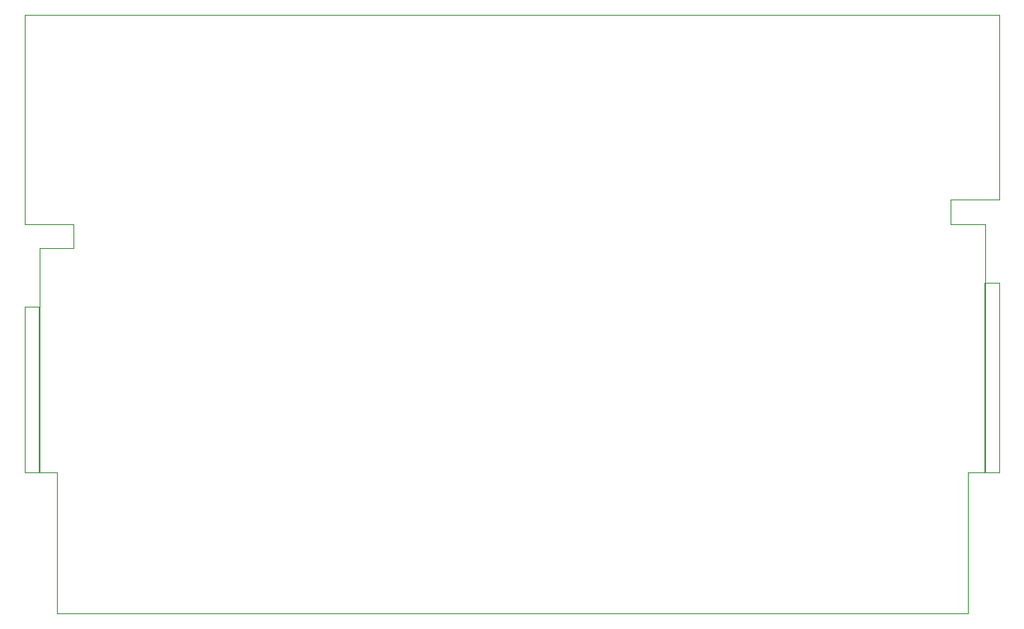
<source format=gbr>
G04 #@! TF.GenerationSoftware,KiCad,Pcbnew,5.1.5+dfsg1-2build2*
G04 #@! TF.CreationDate,2023-04-13T22:50:12-05:00*
G04 #@! TF.ProjectId,cart,63617274-2e6b-4696-9361-645f70636258,rev?*
G04 #@! TF.SameCoordinates,Original*
G04 #@! TF.FileFunction,Legend,Bot*
G04 #@! TF.FilePolarity,Positive*
%FSLAX46Y46*%
G04 Gerber Fmt 4.6, Leading zero omitted, Abs format (unit mm)*
G04 Created by KiCad (PCBNEW 5.1.5+dfsg1-2build2) date 2023-04-13 22:50:12*
%MOMM*%
%LPD*%
G04 APERTURE LIST*
%ADD10C,0.100000*%
%ADD11C,0.200000*%
G04 APERTURE END LIST*
D10*
X91650000Y-85900000D02*
X191650000Y-85900000D01*
X91650000Y-107350000D02*
X91650000Y-85900000D01*
X96650000Y-107350000D02*
X91650000Y-107350000D01*
X96650000Y-109850000D02*
X96650000Y-107350000D01*
X93150000Y-109850000D02*
X96650000Y-109850000D01*
X93150000Y-115850000D02*
X93150000Y-109850000D01*
X91650000Y-115850000D02*
X93150000Y-115850000D01*
X91650000Y-132850000D02*
X91650000Y-115850000D01*
X191650000Y-113350000D02*
X191650000Y-132850000D01*
X190150000Y-113350000D02*
X191650000Y-113350000D01*
X190150000Y-107350000D02*
X190150000Y-113350000D01*
X186650000Y-107350000D02*
X190150000Y-107350000D01*
X186650000Y-104850000D02*
X186650000Y-107350000D01*
X191650000Y-104850000D02*
X186650000Y-104850000D01*
X191650000Y-85900000D02*
X191650000Y-104850000D01*
D11*
X93150000Y-115850000D02*
X93150000Y-132850000D01*
X93150000Y-115850000D02*
X93150000Y-132850000D01*
X190150000Y-113350000D02*
X190150000Y-132850000D01*
D10*
X94900000Y-132850000D02*
X91650000Y-132850000D01*
X94900000Y-147350000D02*
X94900000Y-132850000D01*
X188400000Y-147350000D02*
X94900000Y-147350000D01*
X188400000Y-132850000D02*
X188400000Y-147350000D01*
X191650000Y-132850000D02*
X188400000Y-132850000D01*
M02*

</source>
